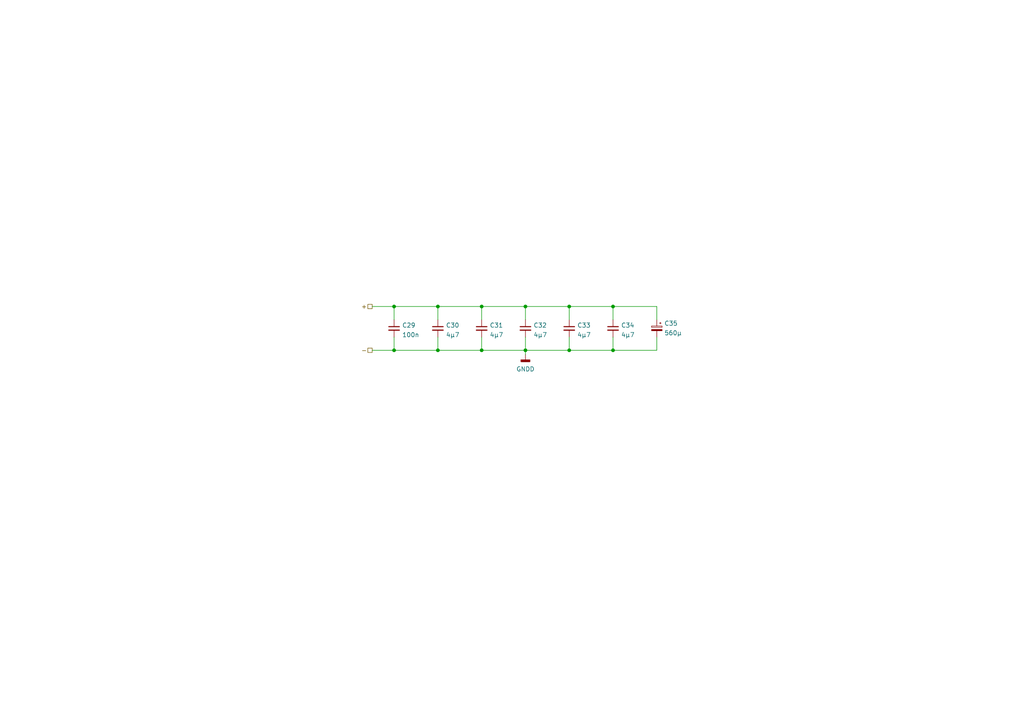
<source format=kicad_sch>
(kicad_sch (version 20211123) (generator eeschema)
  (paper "A4")
  (lib_symbols
    (symbol "Device:C_Polarized_Small" (pin_numbers hide) (pin_names (offset 0.254) hide)
      (property "Reference" "C" (at 0.254 1.778 0))
      (property "Value" "C_Polarized_Small" (at 0.254 -2.032 0))
      (symbol "C_Polarized_Small_0_1"
        (rectangle (start -1.524 -0.3048) (end 1.524 -0.6858) (fill (type outline)))
        (rectangle (start -1.524 0.6858) (end 1.524 0.3048))
        (polyline (pts (xy -1.27 1.524) (xy -0.762 1.524)))
        (polyline (pts (xy -1.016 1.27) (xy -1.016 1.778)))
      )
      (symbol "C_Polarized_Small_1_1"
        (pin passive line (at 0 2.54 270) (length 1.8542) (name "~") (number "1"))
        (pin passive line (at 0 -2.54 90) (length 1.8542) (name "~") (number "2"))
      )
    )
    (symbol "Device:C_Small" (pin_numbers hide) (pin_names (offset 0.254) hide)
      (property "Reference" "C" (at 0.254 1.778 0))
      (property "Value" "C_Small" (at 0.254 -2.032 0))
      (symbol "C_Small_0_1"
        (polyline (pts (xy -1.524 -0.508) (xy 1.524 -0.508)) (stroke (width 0.3302)))
        (polyline (pts (xy -1.524 0.508) (xy 1.524 0.508)) (stroke (width 0.3048)))
      )
      (symbol "C_Small_1_1"
        (pin passive line (at 0 2.54 270) (length 2.032) (name "~") (number "1"))
        (pin passive line (at 0 -2.54 90) (length 2.032) (name "~") (number "2"))
      )
    )
    (symbol "power:GNDD" (power) (pin_names (offset 0))
      (property "Value" "GNDD" (at 0 -3.175 0))
      (symbol "GNDD_0_1"
        (rectangle (start -1.27 -1.524) (end 1.27 -2.032) (stroke (width 0.254)) (fill (type outline)))
        (polyline (pts (xy 0 0) (xy 0 -1.524)))
      )
      (symbol "GNDD_1_1"
        (pin power_in line (at 0 0 270) (length 0) hide (name "GNDD") (number "1"))
      )
    )
  )
  (junction (at 127 101.6))
  (junction (at 127 88.9))
  (junction (at 177.8 88.9))
  (junction (at 139.7 88.9))
  (junction (at 152.4 101.6))
  (junction (at 114.3 101.6))
  (junction (at 152.4 88.9))
  (junction (at 165.1 88.9))
  (junction (at 165.1 101.6))
  (junction (at 139.7 101.6))
  (junction (at 177.8 101.6))
  (junction (at 114.3 88.9))
  (wire (pts (xy 177.8 88.9) (xy 177.8 92.71)))
  (wire (pts (xy 107.95 101.6) (xy 114.3 101.6)))
  (wire (pts (xy 190.5 101.6) (xy 177.8 101.6)))
  (wire (pts (xy 114.3 88.9) (xy 127 88.9)))
  (wire (pts (xy 139.7 101.6) (xy 139.7 97.79)))
  (wire (pts (xy 152.4 101.6) (xy 165.1 101.6)))
  (wire (pts (xy 127 97.79) (xy 127 101.6)))
  (wire (pts (xy 177.8 101.6) (xy 177.8 97.79)))
  (wire (pts (xy 127 88.9) (xy 139.7 88.9)))
  (wire (pts (xy 165.1 88.9) (xy 177.8 88.9)))
  (wire (pts (xy 190.5 97.79) (xy 190.5 101.6)))
  (wire (pts (xy 114.3 88.9) (xy 114.3 92.71)))
  (wire (pts (xy 139.7 101.6) (xy 152.4 101.6)))
  (wire (pts (xy 107.95 88.9) (xy 114.3 88.9)))
  (wire (pts (xy 114.3 101.6) (xy 127 101.6)))
  (wire (pts (xy 152.4 88.9) (xy 165.1 88.9)))
  (wire (pts (xy 165.1 101.6) (xy 177.8 101.6)))
  (wire (pts (xy 152.4 101.6) (xy 152.4 97.79)))
  (wire (pts (xy 177.8 88.9) (xy 190.5 88.9)))
  (wire (pts (xy 139.7 92.71) (xy 139.7 88.9)))
  (wire (pts (xy 114.3 97.79) (xy 114.3 101.6)))
  (wire (pts (xy 165.1 92.71) (xy 165.1 88.9)))
  (wire (pts (xy 127 92.71) (xy 127 88.9)))
  (wire (pts (xy 152.4 101.6) (xy 152.4 102.87)))
  (wire (pts (xy 139.7 88.9) (xy 152.4 88.9)))
  (wire (pts (xy 152.4 92.71) (xy 152.4 88.9)))
  (wire (pts (xy 165.1 101.6) (xy 165.1 97.79)))
  (wire (pts (xy 127 101.6) (xy 139.7 101.6)))
  (wire (pts (xy 190.5 88.9) (xy 190.5 92.71)))
  (hierarchical_label "+" (shape passive) (at 107.95 88.9 180))
  (hierarchical_label "-" (shape passive) (at 107.95 101.6 180))
  (symbol (lib_id "Device:C_Small") (at 114.3 95.25 0) (unit 1)
    (property "Reference" "C29" (at 116.6241 94.3478 0) (effects (justify left)))
    (property "Value" "100n" (at 116.6241 97.1229 0) (effects (justify left)))
    (property "Footprint" "Capacitor_SMD:C_0402_1005Metric" (effects hide))
    (property "Manufacturer" "Murata" (effects hide))
    (property "Part Number" "GRM155R71H102KA01J" (effects hide))
  )
  (symbol (lib_id "Device:C_Small") (at 139.7 95.25 0) (unit 1)
    (property "Reference" "C31" (at 142.0241 94.3478 0) (effects (justify left)))
    (property "Value" "4µ7" (at 142.0241 97.1229 0) (effects (justify left)))
    (property "Footprint" "Capacitor_SMD:C_1206_3216Metric" (effects hide))
    (property "Manufacturer" "Kyocera AVX" (effects hide))
    (property "Part Number" "12065C475KAT2A" (effects hide))
  )
  (symbol (lib_id "Device:C_Polarized_Small") (at 190.5 95.25 0) (mirror y) (unit 1)
    (property "Reference" "C35" (at 192.659 93.7954 0) (effects (justify right)))
    (property "Value" "560 µ" (at 192.659 96.5705 0) (effects (justify right)))
    (property "Footprint" "Capacitor_THT:CP_Radial_D10.0mm_P5.00mm" (effects hide))
    (property "Manufacturer" "Nichicon" (effects hide))
    (property "Part Number" "UHV1V561MPD" (effects hide))
  )
  (symbol (lib_id "Device:C_Small") (at 127 95.25 0) (unit 1)
    (property "Reference" "C30" (at 129.3241 94.3478 0) (effects (justify left)))
    (property "Value" "4µ7" (at 129.3241 97.1229 0) (effects (justify left)))
    (property "Footprint" "Capacitor_SMD:C_1206_3216Metric" (effects hide))
    (property "Manufacturer" "Kyocera AVX" (effects hide))
    (property "Part Number" "12065C475KAT2A" (effects hide))
  )
  (symbol (lib_id "Device:C_Small") (at 165.1 95.25 0) (unit 1)
    (property "Reference" "C33" (at 167.4241 94.3478 0) (effects (justify left)))
    (property "Value" "4µ7" (at 167.4241 97.1229 0) (effects (justify left)))
    (property "Footprint" "Capacitor_SMD:C_1206_3216Metric" (effects hide))
    (property "Manufacturer" "Kyocera AVX" (effects hide))
    (property "Part Number" "12065C475KAT2A" (effects hide))
  )
  (symbol (lib_id "Device:C_Small") (at 152.4 95.25 0) (unit 1)
    (property "Reference" "C32" (at 154.7241 94.3478 0) (effects (justify left)))
    (property "Value" "4µ7" (at 154.7241 97.1229 0) (effects (justify left)))
    (property "Footprint" "Capacitor_SMD:C_1206_3216Metric" (effects hide))
    (property "Manufacturer" "Kyocera AVX" (effects hide))
    (property "Part Number" "12065C475KAT2A" (effects hide))
  )
  (symbol (lib_id "Device:C_Small") (at 177.8 95.25 0) (unit 1)
    (property "Reference" "C34" (at 180.1241 94.3478 0) (effects (justify left)))
    (property "Value" "4µ7" (at 180.1241 97.1229 0) (effects (justify left)))
    (property "Footprint" "Capacitor_SMD:C_1206_3216Metric" (effects hide))
    (property "Manufacturer" "Kyocera AVX" (effects hide))
    (property "Part Number" "12065C475KAT2A" (effects hide))
  )
  (symbol (lib_id "power:GNDD") (at 152.4 102.87 0) (unit 1)
    (property "Reference" "#PWR0102" (effects hide))
    (property "Value" "GNDD" (at 152.4 107.0515 0))
  )
)
</source>
